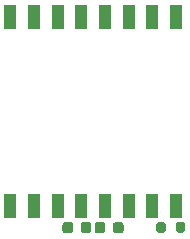
<source format=gbr>
%TF.GenerationSoftware,KiCad,Pcbnew,5.1.9*%
%TF.CreationDate,2021-03-27T13:30:24+01:00*%
%TF.ProjectId,picoballoon,7069636f-6261-46c6-9c6f-6f6e2e6b6963,0.1*%
%TF.SameCoordinates,Original*%
%TF.FileFunction,Paste,Bot*%
%TF.FilePolarity,Positive*%
%FSLAX46Y46*%
G04 Gerber Fmt 4.6, Leading zero omitted, Abs format (unit mm)*
G04 Created by KiCad (PCBNEW 5.1.9) date 2021-03-27 13:30:24*
%MOMM*%
%LPD*%
G01*
G04 APERTURE LIST*
%ADD10R,1.000000X2.000000*%
G04 APERTURE END LIST*
%TO.C,C11*%
G36*
G01*
X128030000Y-82570000D02*
X128030000Y-82070000D01*
G75*
G02*
X128255000Y-81845000I225000J0D01*
G01*
X128705000Y-81845000D01*
G75*
G02*
X128930000Y-82070000I0J-225000D01*
G01*
X128930000Y-82570000D01*
G75*
G02*
X128705000Y-82795000I-225000J0D01*
G01*
X128255000Y-82795000D01*
G75*
G02*
X128030000Y-82570000I0J225000D01*
G01*
G37*
G36*
G01*
X129580000Y-82570000D02*
X129580000Y-82070000D01*
G75*
G02*
X129805000Y-81845000I225000J0D01*
G01*
X130255000Y-81845000D01*
G75*
G02*
X130480000Y-82070000I0J-225000D01*
G01*
X130480000Y-82570000D01*
G75*
G02*
X130255000Y-82795000I-225000J0D01*
G01*
X129805000Y-82795000D01*
G75*
G02*
X129580000Y-82570000I0J225000D01*
G01*
G37*
%TD*%
%TO.C,C12*%
G36*
G01*
X126205000Y-82060000D02*
X126205000Y-82560000D01*
G75*
G02*
X125980000Y-82785000I-225000J0D01*
G01*
X125530000Y-82785000D01*
G75*
G02*
X125305000Y-82560000I0J225000D01*
G01*
X125305000Y-82060000D01*
G75*
G02*
X125530000Y-81835000I225000J0D01*
G01*
X125980000Y-81835000D01*
G75*
G02*
X126205000Y-82060000I0J-225000D01*
G01*
G37*
G36*
G01*
X127755000Y-82060000D02*
X127755000Y-82560000D01*
G75*
G02*
X127530000Y-82785000I-225000J0D01*
G01*
X127080000Y-82785000D01*
G75*
G02*
X126855000Y-82560000I0J225000D01*
G01*
X126855000Y-82060000D01*
G75*
G02*
X127080000Y-81835000I225000J0D01*
G01*
X127530000Y-81835000D01*
G75*
G02*
X127755000Y-82060000I0J-225000D01*
G01*
G37*
%TD*%
%TO.C,R9*%
G36*
G01*
X134060000Y-82015000D02*
X134060000Y-82565000D01*
G75*
G02*
X133860000Y-82765000I-200000J0D01*
G01*
X133460000Y-82765000D01*
G75*
G02*
X133260000Y-82565000I0J200000D01*
G01*
X133260000Y-82015000D01*
G75*
G02*
X133460000Y-81815000I200000J0D01*
G01*
X133860000Y-81815000D01*
G75*
G02*
X134060000Y-82015000I0J-200000D01*
G01*
G37*
G36*
G01*
X135710000Y-82015000D02*
X135710000Y-82565000D01*
G75*
G02*
X135510000Y-82765000I-200000J0D01*
G01*
X135110000Y-82765000D01*
G75*
G02*
X134910000Y-82565000I0J200000D01*
G01*
X134910000Y-82015000D01*
G75*
G02*
X135110000Y-81815000I200000J0D01*
G01*
X135510000Y-81815000D01*
G75*
G02*
X135710000Y-82015000I0J-200000D01*
G01*
G37*
%TD*%
D10*
%TO.C,U6*%
X120900000Y-80475000D03*
X122900000Y-80475000D03*
X124900000Y-80475000D03*
X126900000Y-80475000D03*
X128900000Y-80475000D03*
X130900000Y-80475000D03*
X132900000Y-80475000D03*
X134900000Y-80475000D03*
X134900000Y-64475000D03*
X132900000Y-64475000D03*
X130900000Y-64475000D03*
X128900000Y-64475000D03*
X126900000Y-64475000D03*
X124900000Y-64475000D03*
X122900000Y-64475000D03*
X120900000Y-64475000D03*
%TD*%
M02*

</source>
